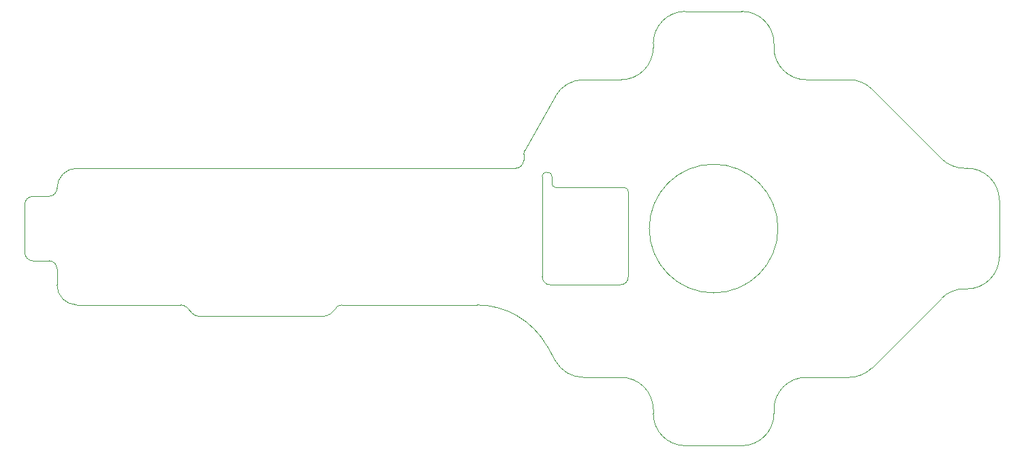
<source format=gm1>
G04 #@! TF.GenerationSoftware,KiCad,Pcbnew,7.0.9*
G04 #@! TF.CreationDate,2024-09-28T03:36:10+08:00*
G04 #@! TF.ProjectId,thingy,7468696e-6779-42e6-9b69-6361645f7063,rev?*
G04 #@! TF.SameCoordinates,Original*
G04 #@! TF.FileFunction,Profile,NP*
%FSLAX46Y46*%
G04 Gerber Fmt 4.6, Leading zero omitted, Abs format (unit mm)*
G04 Created by KiCad (PCBNEW 7.0.9) date 2024-09-28 03:36:10*
%MOMM*%
%LPD*%
G01*
G04 APERTURE LIST*
G04 #@! TA.AperFunction,Profile*
%ADD10C,0.100000*%
G04 #@! TD*
G04 APERTURE END LIST*
D10*
X-20800000Y7000000D02*
G75*
G03*
X-21300000Y6500000I1J-500001D01*
G01*
X-20100000Y6500000D02*
G75*
G03*
X-20600000Y7000000I-500001J-1D01*
G01*
X-10600000Y4600000D02*
G75*
G03*
X-11100000Y5100000I-500001J-1D01*
G01*
X-20100000Y5600000D02*
G75*
G03*
X-19600000Y5100000I500001J1D01*
G01*
X-79100000Y7500000D02*
X-24600000Y7500000D01*
X7500000Y-22500000D02*
X7500000Y-23000000D01*
X-11600000Y-7000000D02*
X-20300001Y-7000000D01*
X-11600000Y-7000000D02*
G75*
G03*
X-10600000Y-6000000I-3J1000003D01*
G01*
X-7500000Y-22500000D02*
G75*
G03*
X-11500000Y-18500000I-4000000J0D01*
G01*
X-3500000Y27000000D02*
G75*
G03*
X-7500000Y23000000I0J-4000000D01*
G01*
X-19600000Y5100000D02*
X-11100000Y5100000D01*
X-7500000Y23000000D02*
X-7500000Y22500000D01*
X31156854Y-7499968D02*
G75*
G03*
X28328427Y-8671573I46J-4000032D01*
G01*
X31500000Y7500000D02*
X31156854Y7500000D01*
X28328427Y8671573D02*
X19671573Y17328427D01*
X19671573Y-17328427D02*
X28328427Y-8671573D01*
X31500000Y-7500000D02*
G75*
G03*
X35500000Y-3500000I0J4000000D01*
G01*
X11500000Y-18500000D02*
G75*
G03*
X7500000Y-22500000I0J-4000000D01*
G01*
X-7500000Y-23000000D02*
X-7500000Y-22500000D01*
X3500000Y-27000000D02*
G75*
G03*
X7500000Y-23000000I0J4000000D01*
G01*
X16843146Y18500000D02*
X11500000Y18500000D01*
X7500000Y22500000D02*
X7500000Y23000000D01*
X3500000Y27000000D02*
X-3500000Y27000000D01*
X-11500000Y-18500000D02*
X-16169083Y-18500000D01*
X7500000Y22500000D02*
G75*
G03*
X11500000Y18500000I4000000J0D01*
G01*
X7500000Y23000000D02*
G75*
G03*
X3500000Y27000000I-4000000J0D01*
G01*
X31156854Y-7500000D02*
X31500000Y-7500000D01*
X35500000Y3500000D02*
G75*
G03*
X31500000Y7500000I-4000000J0D01*
G01*
X8000000Y0D02*
G75*
G03*
X8000000Y0I-8000000J0D01*
G01*
X3500000Y-27000000D02*
X-3500000Y-27000000D01*
X-21300000Y-6000000D02*
G75*
G03*
X-20300001Y-7000000I999999J-1D01*
G01*
X-20100000Y6500000D02*
X-20100000Y5600000D01*
X-11500000Y18500000D02*
G75*
G03*
X-7500000Y22500000I0J4000000D01*
G01*
X-21300000Y-6000000D02*
X-21300000Y6500000D01*
X28328450Y8671596D02*
G75*
G03*
X31156854Y7500000I2828450J2828404D01*
G01*
X16843146Y-18500000D02*
X11500000Y-18500000D01*
X-11500000Y18500000D02*
X-16169083Y18500000D01*
X35500000Y-3500000D02*
X35500000Y3500000D01*
X19671575Y17328429D02*
G75*
G03*
X16843146Y18500000I-2828425J-2828429D01*
G01*
X16843146Y-18500001D02*
G75*
G03*
X19671573Y-17328427I-6J4000011D01*
G01*
X-7500000Y-23000000D02*
G75*
G03*
X-3500000Y-27000000I4000000J0D01*
G01*
X-46185786Y-9500001D02*
G75*
G03*
X-46892892Y-9792894I-1J-999998D01*
G01*
X-23470022Y9729373D02*
G75*
G03*
X-23600000Y9236360I870016J-493011D01*
G01*
X-48414214Y-10899999D02*
G75*
G03*
X-47707108Y-10607106I1J999998D01*
G01*
X-20800000Y7000000D02*
X-20600000Y7000000D01*
X-65507107Y-9792893D02*
G75*
G03*
X-66214214Y-9500000I-707104J-707101D01*
G01*
X-64692893Y-10607107D02*
G75*
G03*
X-63985786Y-10900000I707104J707101D01*
G01*
X-24600000Y7500000D02*
G75*
G03*
X-23600000Y8500000I1J999999D01*
G01*
X-10600000Y4600000D02*
X-10600000Y-6000000D01*
X-19649172Y-16472050D02*
G75*
G03*
X-16169083Y-18500000I3480087J1972047D01*
G01*
X-85600000Y3000000D02*
X-85600000Y-3000000D01*
X-84600000Y-4000000D02*
X-82600000Y-4000000D01*
X-82600000Y4000000D02*
X-84600000Y4000000D01*
X-81600000Y5000000D02*
X-81600000Y5000000D01*
X-16169083Y18499999D02*
G75*
G03*
X-19649171Y16472050I-2J-3999996D01*
G01*
X-81600000Y-5000000D02*
X-81600000Y-7000000D01*
X-23470022Y9729373D02*
X-19649172Y16472050D01*
X-20727071Y-14569875D02*
X-19649172Y-16472050D01*
X-81600000Y-5000000D02*
G75*
G03*
X-82600000Y-4000000I-999999J1D01*
G01*
X-46185786Y-9500000D02*
X-29427293Y-9500000D01*
X-64692893Y-10607107D02*
X-65507107Y-9792893D01*
X-79100000Y7500000D02*
G75*
G03*
X-81600000Y5000000I0J-2500000D01*
G01*
X-63985786Y-10900000D02*
X-48414214Y-10900000D01*
X-81600000Y-7000000D02*
G75*
G03*
X-79100000Y-9500000I2500000J0D01*
G01*
X-85600000Y-3000000D02*
G75*
G03*
X-84600000Y-4000000I999999J-1D01*
G01*
X-20727071Y-14569875D02*
G75*
G03*
X-29427293Y-9500000I-8700223J-4930127D01*
G01*
X-47707107Y-10607107D02*
X-46892893Y-9792893D01*
X-66214214Y-9500000D02*
X-79100000Y-9500000D01*
X-84600000Y4000000D02*
G75*
G03*
X-85600000Y3000000I-1J-999999D01*
G01*
X-82600000Y4000000D02*
G75*
G03*
X-81600000Y5000000I1J999999D01*
G01*
X-23600000Y8500000D02*
X-23600000Y9236360D01*
M02*

</source>
